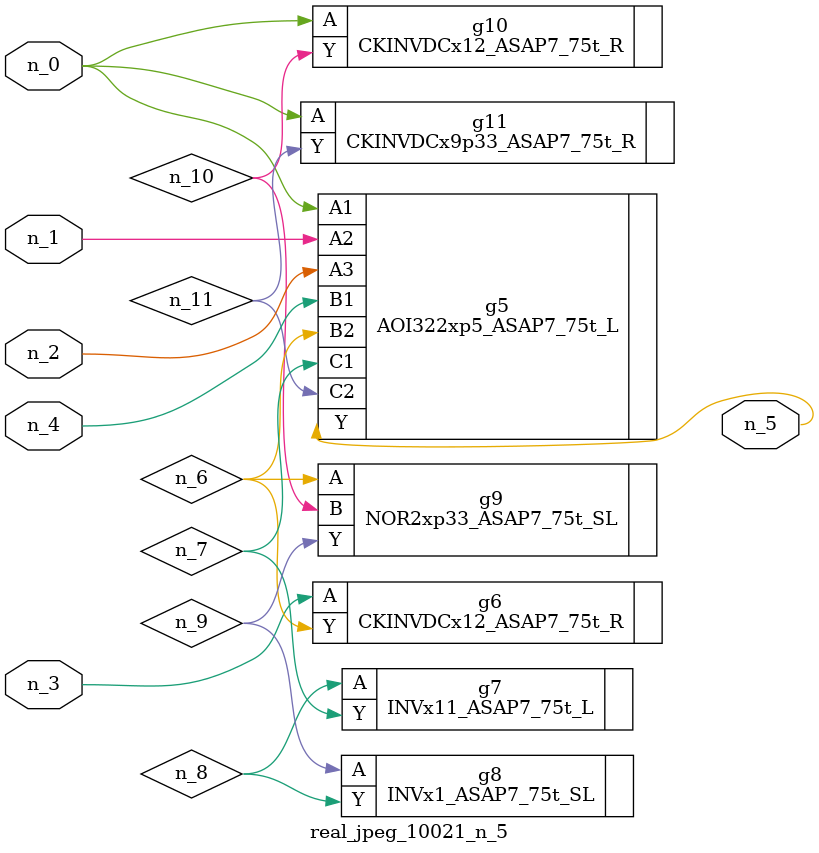
<source format=v>
module real_jpeg_10021_n_5 (n_4, n_0, n_1, n_2, n_3, n_5);

input n_4;
input n_0;
input n_1;
input n_2;
input n_3;

output n_5;

wire n_8;
wire n_11;
wire n_6;
wire n_7;
wire n_10;
wire n_9;

AOI322xp5_ASAP7_75t_L g5 ( 
.A1(n_0),
.A2(n_1),
.A3(n_2),
.B1(n_4),
.B2(n_6),
.C1(n_7),
.C2(n_11),
.Y(n_5)
);

CKINVDCx12_ASAP7_75t_R g10 ( 
.A(n_0),
.Y(n_10)
);

CKINVDCx9p33_ASAP7_75t_R g11 ( 
.A(n_0),
.Y(n_11)
);

CKINVDCx12_ASAP7_75t_R g6 ( 
.A(n_3),
.Y(n_6)
);

NOR2xp33_ASAP7_75t_SL g9 ( 
.A(n_6),
.B(n_10),
.Y(n_9)
);

INVx11_ASAP7_75t_L g7 ( 
.A(n_8),
.Y(n_7)
);

INVx1_ASAP7_75t_SL g8 ( 
.A(n_9),
.Y(n_8)
);


endmodule
</source>
